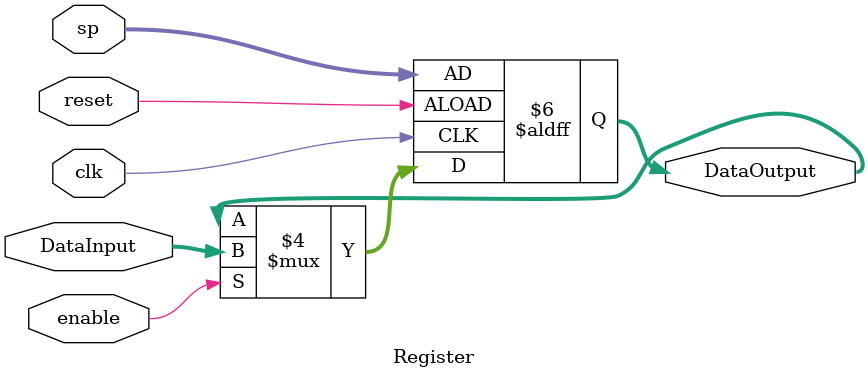
<source format=v>
/******************************************************************
* Description
*	This the basic register that is used in the register file
*	1.0
* Author:
*	Dr. José Luis Pizano Escalante
* email:
*	luispizano@iteso.mx
* Date:
*	16/08/2021
******************************************************************/
module Register
#(
	parameter N = 32
)
(
	input clk,
	input reset,
	input enable,
	input [N-1:0] DataInput,
	input [N-1:0] sp,
	
	
	output reg [N-1:0] DataOutput
);

always@(negedge reset or posedge clk) begin
	if(reset==0)
		DataOutput <= sp;
	else	
		if(enable==1)
			DataOutput<=DataInput;
end

endmodule
</source>
